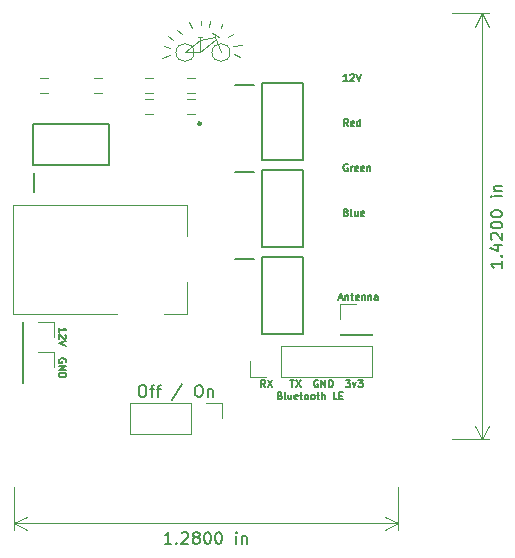
<source format=gbr>
G04 #@! TF.GenerationSoftware,KiCad,Pcbnew,(5.1.5)-3*
G04 #@! TF.CreationDate,2020-08-28T01:49:56-04:00*
G04 #@! TF.ProjectId,BikeLightComputer,42696b65-4c69-4676-9874-436f6d707574,rev?*
G04 #@! TF.SameCoordinates,Original*
G04 #@! TF.FileFunction,Legend,Top*
G04 #@! TF.FilePolarity,Positive*
%FSLAX46Y46*%
G04 Gerber Fmt 4.6, Leading zero omitted, Abs format (unit mm)*
G04 Created by KiCad (PCBNEW (5.1.5)-3) date 2020-08-28 01:49:56*
%MOMM*%
%LPD*%
G04 APERTURE LIST*
%ADD10C,0.150000*%
%ADD11C,0.120000*%
%ADD12C,0.250000*%
%ADD13C,0.200000*%
G04 APERTURE END LIST*
D10*
X185110380Y-80906571D02*
X185110380Y-81478000D01*
X185110380Y-81192285D02*
X184110380Y-81192285D01*
X184253238Y-81287523D01*
X184348476Y-81382761D01*
X184396095Y-81478000D01*
X185015142Y-80478000D02*
X185062761Y-80430380D01*
X185110380Y-80478000D01*
X185062761Y-80525619D01*
X185015142Y-80478000D01*
X185110380Y-80478000D01*
X184443714Y-79573238D02*
X185110380Y-79573238D01*
X184062761Y-79811333D02*
X184777047Y-80049428D01*
X184777047Y-79430380D01*
X184205619Y-79097047D02*
X184158000Y-79049428D01*
X184110380Y-78954190D01*
X184110380Y-78716095D01*
X184158000Y-78620857D01*
X184205619Y-78573238D01*
X184300857Y-78525619D01*
X184396095Y-78525619D01*
X184538952Y-78573238D01*
X185110380Y-79144666D01*
X185110380Y-78525619D01*
X184110380Y-77906571D02*
X184110380Y-77811333D01*
X184158000Y-77716095D01*
X184205619Y-77668476D01*
X184300857Y-77620857D01*
X184491333Y-77573238D01*
X184729428Y-77573238D01*
X184919904Y-77620857D01*
X185015142Y-77668476D01*
X185062761Y-77716095D01*
X185110380Y-77811333D01*
X185110380Y-77906571D01*
X185062761Y-78001809D01*
X185015142Y-78049428D01*
X184919904Y-78097047D01*
X184729428Y-78144666D01*
X184491333Y-78144666D01*
X184300857Y-78097047D01*
X184205619Y-78049428D01*
X184158000Y-78001809D01*
X184110380Y-77906571D01*
X184110380Y-76954190D02*
X184110380Y-76858952D01*
X184158000Y-76763714D01*
X184205619Y-76716095D01*
X184300857Y-76668476D01*
X184491333Y-76620857D01*
X184729428Y-76620857D01*
X184919904Y-76668476D01*
X185015142Y-76716095D01*
X185062761Y-76763714D01*
X185110380Y-76858952D01*
X185110380Y-76954190D01*
X185062761Y-77049428D01*
X185015142Y-77097047D01*
X184919904Y-77144666D01*
X184729428Y-77192285D01*
X184491333Y-77192285D01*
X184300857Y-77144666D01*
X184205619Y-77097047D01*
X184158000Y-77049428D01*
X184110380Y-76954190D01*
X185110380Y-75430380D02*
X184443714Y-75430380D01*
X184110380Y-75430380D02*
X184158000Y-75478000D01*
X184205619Y-75430380D01*
X184158000Y-75382761D01*
X184110380Y-75430380D01*
X184205619Y-75430380D01*
X184443714Y-74954190D02*
X185110380Y-74954190D01*
X184538952Y-74954190D02*
X184491333Y-74906571D01*
X184443714Y-74811333D01*
X184443714Y-74668476D01*
X184491333Y-74573238D01*
X184586571Y-74525619D01*
X185110380Y-74525619D01*
D11*
X183388000Y-96012000D02*
X183388000Y-59944000D01*
X180848000Y-96012000D02*
X183974421Y-96012000D01*
X180848000Y-59944000D02*
X183974421Y-59944000D01*
X183388000Y-59944000D02*
X183974421Y-61070504D01*
X183388000Y-59944000D02*
X182801579Y-61070504D01*
X183388000Y-96012000D02*
X183974421Y-94885496D01*
X183388000Y-96012000D02*
X182801579Y-94885496D01*
D10*
X157091428Y-104846380D02*
X156520000Y-104846380D01*
X156805714Y-104846380D02*
X156805714Y-103846380D01*
X156710476Y-103989238D01*
X156615238Y-104084476D01*
X156520000Y-104132095D01*
X157520000Y-104751142D02*
X157567619Y-104798761D01*
X157520000Y-104846380D01*
X157472380Y-104798761D01*
X157520000Y-104751142D01*
X157520000Y-104846380D01*
X157948571Y-103941619D02*
X157996190Y-103894000D01*
X158091428Y-103846380D01*
X158329523Y-103846380D01*
X158424761Y-103894000D01*
X158472380Y-103941619D01*
X158520000Y-104036857D01*
X158520000Y-104132095D01*
X158472380Y-104274952D01*
X157900952Y-104846380D01*
X158520000Y-104846380D01*
X159091428Y-104274952D02*
X158996190Y-104227333D01*
X158948571Y-104179714D01*
X158900952Y-104084476D01*
X158900952Y-104036857D01*
X158948571Y-103941619D01*
X158996190Y-103894000D01*
X159091428Y-103846380D01*
X159281904Y-103846380D01*
X159377142Y-103894000D01*
X159424761Y-103941619D01*
X159472380Y-104036857D01*
X159472380Y-104084476D01*
X159424761Y-104179714D01*
X159377142Y-104227333D01*
X159281904Y-104274952D01*
X159091428Y-104274952D01*
X158996190Y-104322571D01*
X158948571Y-104370190D01*
X158900952Y-104465428D01*
X158900952Y-104655904D01*
X158948571Y-104751142D01*
X158996190Y-104798761D01*
X159091428Y-104846380D01*
X159281904Y-104846380D01*
X159377142Y-104798761D01*
X159424761Y-104751142D01*
X159472380Y-104655904D01*
X159472380Y-104465428D01*
X159424761Y-104370190D01*
X159377142Y-104322571D01*
X159281904Y-104274952D01*
X160091428Y-103846380D02*
X160186666Y-103846380D01*
X160281904Y-103894000D01*
X160329523Y-103941619D01*
X160377142Y-104036857D01*
X160424761Y-104227333D01*
X160424761Y-104465428D01*
X160377142Y-104655904D01*
X160329523Y-104751142D01*
X160281904Y-104798761D01*
X160186666Y-104846380D01*
X160091428Y-104846380D01*
X159996190Y-104798761D01*
X159948571Y-104751142D01*
X159900952Y-104655904D01*
X159853333Y-104465428D01*
X159853333Y-104227333D01*
X159900952Y-104036857D01*
X159948571Y-103941619D01*
X159996190Y-103894000D01*
X160091428Y-103846380D01*
X161043809Y-103846380D02*
X161139047Y-103846380D01*
X161234285Y-103894000D01*
X161281904Y-103941619D01*
X161329523Y-104036857D01*
X161377142Y-104227333D01*
X161377142Y-104465428D01*
X161329523Y-104655904D01*
X161281904Y-104751142D01*
X161234285Y-104798761D01*
X161139047Y-104846380D01*
X161043809Y-104846380D01*
X160948571Y-104798761D01*
X160900952Y-104751142D01*
X160853333Y-104655904D01*
X160805714Y-104465428D01*
X160805714Y-104227333D01*
X160853333Y-104036857D01*
X160900952Y-103941619D01*
X160948571Y-103894000D01*
X161043809Y-103846380D01*
X162567619Y-104846380D02*
X162567619Y-104179714D01*
X162567619Y-103846380D02*
X162520000Y-103894000D01*
X162567619Y-103941619D01*
X162615238Y-103894000D01*
X162567619Y-103846380D01*
X162567619Y-103941619D01*
X163043809Y-104179714D02*
X163043809Y-104846380D01*
X163043809Y-104274952D02*
X163091428Y-104227333D01*
X163186666Y-104179714D01*
X163329523Y-104179714D01*
X163424761Y-104227333D01*
X163472380Y-104322571D01*
X163472380Y-104846380D01*
D11*
X143764000Y-103124000D02*
X176276000Y-103124000D01*
X143764000Y-100076000D02*
X143764000Y-103710421D01*
X176276000Y-100076000D02*
X176276000Y-103710421D01*
X176276000Y-103124000D02*
X175149496Y-103710421D01*
X176276000Y-103124000D02*
X175149496Y-102537579D01*
X143764000Y-103124000D02*
X144890504Y-103710421D01*
X143764000Y-103124000D02*
X144890504Y-102537579D01*
X156972000Y-63500000D02*
X156337000Y-63754000D01*
X156972000Y-62865000D02*
X156464000Y-62738000D01*
X157226000Y-62230000D02*
X156845000Y-61849000D01*
X157988000Y-61722000D02*
X157607000Y-61341000D01*
X158877000Y-61214000D02*
X158623000Y-60706000D01*
X159639000Y-60960000D02*
X159639000Y-60579000D01*
X160274000Y-61087000D02*
X160401000Y-60579000D01*
X161290000Y-61214000D02*
X161417000Y-60833000D01*
X161925000Y-61976000D02*
X162306000Y-61722000D01*
X162306000Y-62738000D02*
X163068000Y-62611000D01*
X162433000Y-63373000D02*
X162941000Y-63627000D01*
X160528000Y-61595000D02*
X161163000Y-61912500D01*
X160782000Y-61722000D02*
X160528000Y-61595000D01*
X159512000Y-63246000D02*
X159512000Y-62230000D01*
X162052000Y-63246000D02*
G75*
G03X162052000Y-63246000I-762000J0D01*
G01*
X159004000Y-63246000D02*
G75*
G03X159004000Y-63246000I-762000J0D01*
G01*
X159004000Y-63246000D02*
G75*
G03X159004000Y-63246000I-762000J0D01*
G01*
X158242000Y-63246000D02*
X159512000Y-63246000D01*
X161290000Y-63246000D02*
X160782000Y-61976000D01*
X160782000Y-61976000D02*
X160782000Y-61722000D01*
X159512000Y-62230000D02*
X160782000Y-61976000D01*
X159321500Y-61976000D02*
X159702500Y-61976000D01*
X159512000Y-63246000D02*
X160782000Y-62230000D01*
X159512000Y-61976000D02*
X159321500Y-61976000D01*
X159512000Y-62230000D02*
X159512000Y-61976000D01*
X159512000Y-62230000D02*
X158242000Y-63246000D01*
D10*
X171280785Y-84047000D02*
X171566500Y-84047000D01*
X171223642Y-84218428D02*
X171423642Y-83618428D01*
X171623642Y-84218428D01*
X171823642Y-83818428D02*
X171823642Y-84218428D01*
X171823642Y-83875571D02*
X171852214Y-83847000D01*
X171909357Y-83818428D01*
X171995071Y-83818428D01*
X172052214Y-83847000D01*
X172080785Y-83904142D01*
X172080785Y-84218428D01*
X172280785Y-83818428D02*
X172509357Y-83818428D01*
X172366500Y-83618428D02*
X172366500Y-84132714D01*
X172395071Y-84189857D01*
X172452214Y-84218428D01*
X172509357Y-84218428D01*
X172937928Y-84189857D02*
X172880785Y-84218428D01*
X172766500Y-84218428D01*
X172709357Y-84189857D01*
X172680785Y-84132714D01*
X172680785Y-83904142D01*
X172709357Y-83847000D01*
X172766500Y-83818428D01*
X172880785Y-83818428D01*
X172937928Y-83847000D01*
X172966500Y-83904142D01*
X172966500Y-83961285D01*
X172680785Y-84018428D01*
X173223642Y-83818428D02*
X173223642Y-84218428D01*
X173223642Y-83875571D02*
X173252214Y-83847000D01*
X173309357Y-83818428D01*
X173395071Y-83818428D01*
X173452214Y-83847000D01*
X173480785Y-83904142D01*
X173480785Y-84218428D01*
X173766500Y-83818428D02*
X173766500Y-84218428D01*
X173766500Y-83875571D02*
X173795071Y-83847000D01*
X173852214Y-83818428D01*
X173937928Y-83818428D01*
X173995071Y-83847000D01*
X174023642Y-83904142D01*
X174023642Y-84218428D01*
X174566500Y-84218428D02*
X174566500Y-83904142D01*
X174537928Y-83847000D01*
X174480785Y-83818428D01*
X174366500Y-83818428D01*
X174309357Y-83847000D01*
X174566500Y-84189857D02*
X174509357Y-84218428D01*
X174366500Y-84218428D01*
X174309357Y-84189857D01*
X174280785Y-84132714D01*
X174280785Y-84075571D01*
X174309357Y-84018428D01*
X174366500Y-83989857D01*
X174509357Y-83989857D01*
X174566500Y-83961285D01*
X171890357Y-76792142D02*
X171976071Y-76820714D01*
X172004642Y-76849285D01*
X172033214Y-76906428D01*
X172033214Y-76992142D01*
X172004642Y-77049285D01*
X171976071Y-77077857D01*
X171918928Y-77106428D01*
X171690357Y-77106428D01*
X171690357Y-76506428D01*
X171890357Y-76506428D01*
X171947500Y-76535000D01*
X171976071Y-76563571D01*
X172004642Y-76620714D01*
X172004642Y-76677857D01*
X171976071Y-76735000D01*
X171947500Y-76763571D01*
X171890357Y-76792142D01*
X171690357Y-76792142D01*
X172376071Y-77106428D02*
X172318928Y-77077857D01*
X172290357Y-77020714D01*
X172290357Y-76506428D01*
X172861785Y-76706428D02*
X172861785Y-77106428D01*
X172604642Y-76706428D02*
X172604642Y-77020714D01*
X172633214Y-77077857D01*
X172690357Y-77106428D01*
X172776071Y-77106428D01*
X172833214Y-77077857D01*
X172861785Y-77049285D01*
X173376071Y-77077857D02*
X173318928Y-77106428D01*
X173204642Y-77106428D01*
X173147500Y-77077857D01*
X173118928Y-77020714D01*
X173118928Y-76792142D01*
X173147500Y-76735000D01*
X173204642Y-76706428D01*
X173318928Y-76706428D01*
X173376071Y-76735000D01*
X173404642Y-76792142D01*
X173404642Y-76849285D01*
X173118928Y-76906428D01*
X172004642Y-72725000D02*
X171947500Y-72696428D01*
X171861785Y-72696428D01*
X171776071Y-72725000D01*
X171718928Y-72782142D01*
X171690357Y-72839285D01*
X171661785Y-72953571D01*
X171661785Y-73039285D01*
X171690357Y-73153571D01*
X171718928Y-73210714D01*
X171776071Y-73267857D01*
X171861785Y-73296428D01*
X171918928Y-73296428D01*
X172004642Y-73267857D01*
X172033214Y-73239285D01*
X172033214Y-73039285D01*
X171918928Y-73039285D01*
X172290357Y-73296428D02*
X172290357Y-72896428D01*
X172290357Y-73010714D02*
X172318928Y-72953571D01*
X172347500Y-72925000D01*
X172404642Y-72896428D01*
X172461785Y-72896428D01*
X172890357Y-73267857D02*
X172833214Y-73296428D01*
X172718928Y-73296428D01*
X172661785Y-73267857D01*
X172633214Y-73210714D01*
X172633214Y-72982142D01*
X172661785Y-72925000D01*
X172718928Y-72896428D01*
X172833214Y-72896428D01*
X172890357Y-72925000D01*
X172918928Y-72982142D01*
X172918928Y-73039285D01*
X172633214Y-73096428D01*
X173404642Y-73267857D02*
X173347500Y-73296428D01*
X173233214Y-73296428D01*
X173176071Y-73267857D01*
X173147500Y-73210714D01*
X173147500Y-72982142D01*
X173176071Y-72925000D01*
X173233214Y-72896428D01*
X173347500Y-72896428D01*
X173404642Y-72925000D01*
X173433214Y-72982142D01*
X173433214Y-73039285D01*
X173147500Y-73096428D01*
X173690357Y-72896428D02*
X173690357Y-73296428D01*
X173690357Y-72953571D02*
X173718928Y-72925000D01*
X173776071Y-72896428D01*
X173861785Y-72896428D01*
X173918928Y-72925000D01*
X173947500Y-72982142D01*
X173947500Y-73296428D01*
X172033214Y-69486428D02*
X171833214Y-69200714D01*
X171690357Y-69486428D02*
X171690357Y-68886428D01*
X171918928Y-68886428D01*
X171976071Y-68915000D01*
X172004642Y-68943571D01*
X172033214Y-69000714D01*
X172033214Y-69086428D01*
X172004642Y-69143571D01*
X171976071Y-69172142D01*
X171918928Y-69200714D01*
X171690357Y-69200714D01*
X172518928Y-69457857D02*
X172461785Y-69486428D01*
X172347500Y-69486428D01*
X172290357Y-69457857D01*
X172261785Y-69400714D01*
X172261785Y-69172142D01*
X172290357Y-69115000D01*
X172347500Y-69086428D01*
X172461785Y-69086428D01*
X172518928Y-69115000D01*
X172547500Y-69172142D01*
X172547500Y-69229285D01*
X172261785Y-69286428D01*
X173061785Y-69486428D02*
X173061785Y-68886428D01*
X173061785Y-69457857D02*
X173004642Y-69486428D01*
X172890357Y-69486428D01*
X172833214Y-69457857D01*
X172804642Y-69429285D01*
X172776071Y-69372142D01*
X172776071Y-69200714D01*
X172804642Y-69143571D01*
X172833214Y-69115000D01*
X172890357Y-69086428D01*
X173004642Y-69086428D01*
X173061785Y-69115000D01*
X172004642Y-65676428D02*
X171661785Y-65676428D01*
X171833214Y-65676428D02*
X171833214Y-65076428D01*
X171776071Y-65162142D01*
X171718928Y-65219285D01*
X171661785Y-65247857D01*
X172233214Y-65133571D02*
X172261785Y-65105000D01*
X172318928Y-65076428D01*
X172461785Y-65076428D01*
X172518928Y-65105000D01*
X172547500Y-65133571D01*
X172576071Y-65190714D01*
X172576071Y-65247857D01*
X172547500Y-65333571D01*
X172204642Y-65676428D01*
X172576071Y-65676428D01*
X172747500Y-65076428D02*
X172947500Y-65676428D01*
X173147500Y-65076428D01*
X165048214Y-91567428D02*
X164848214Y-91281714D01*
X164705357Y-91567428D02*
X164705357Y-90967428D01*
X164933928Y-90967428D01*
X164991071Y-90996000D01*
X165019642Y-91024571D01*
X165048214Y-91081714D01*
X165048214Y-91167428D01*
X165019642Y-91224571D01*
X164991071Y-91253142D01*
X164933928Y-91281714D01*
X164705357Y-91281714D01*
X165248214Y-90967428D02*
X165648214Y-91567428D01*
X165648214Y-90967428D02*
X165248214Y-91567428D01*
X167162500Y-90967428D02*
X167505357Y-90967428D01*
X167333928Y-91567428D02*
X167333928Y-90967428D01*
X167648214Y-90967428D02*
X168048214Y-91567428D01*
X168048214Y-90967428D02*
X167648214Y-91567428D01*
X169505357Y-90996000D02*
X169448214Y-90967428D01*
X169362500Y-90967428D01*
X169276785Y-90996000D01*
X169219642Y-91053142D01*
X169191071Y-91110285D01*
X169162500Y-91224571D01*
X169162500Y-91310285D01*
X169191071Y-91424571D01*
X169219642Y-91481714D01*
X169276785Y-91538857D01*
X169362500Y-91567428D01*
X169419642Y-91567428D01*
X169505357Y-91538857D01*
X169533928Y-91510285D01*
X169533928Y-91310285D01*
X169419642Y-91310285D01*
X169791071Y-91567428D02*
X169791071Y-90967428D01*
X170133928Y-91567428D01*
X170133928Y-90967428D01*
X170419642Y-91567428D02*
X170419642Y-90967428D01*
X170562500Y-90967428D01*
X170648214Y-90996000D01*
X170705357Y-91053142D01*
X170733928Y-91110285D01*
X170762500Y-91224571D01*
X170762500Y-91310285D01*
X170733928Y-91424571D01*
X170705357Y-91481714D01*
X170648214Y-91538857D01*
X170562500Y-91567428D01*
X170419642Y-91567428D01*
X171876785Y-90967428D02*
X172248214Y-90967428D01*
X172048214Y-91196000D01*
X172133928Y-91196000D01*
X172191071Y-91224571D01*
X172219642Y-91253142D01*
X172248214Y-91310285D01*
X172248214Y-91453142D01*
X172219642Y-91510285D01*
X172191071Y-91538857D01*
X172133928Y-91567428D01*
X171962500Y-91567428D01*
X171905357Y-91538857D01*
X171876785Y-91510285D01*
X172448214Y-91167428D02*
X172591071Y-91567428D01*
X172733928Y-91167428D01*
X172905357Y-90967428D02*
X173276785Y-90967428D01*
X173076785Y-91196000D01*
X173162500Y-91196000D01*
X173219642Y-91224571D01*
X173248214Y-91253142D01*
X173276785Y-91310285D01*
X173276785Y-91453142D01*
X173248214Y-91510285D01*
X173219642Y-91538857D01*
X173162500Y-91567428D01*
X172991071Y-91567428D01*
X172933928Y-91538857D01*
X172905357Y-91510285D01*
X166276785Y-92303142D02*
X166362500Y-92331714D01*
X166391071Y-92360285D01*
X166419642Y-92417428D01*
X166419642Y-92503142D01*
X166391071Y-92560285D01*
X166362500Y-92588857D01*
X166305357Y-92617428D01*
X166076785Y-92617428D01*
X166076785Y-92017428D01*
X166276785Y-92017428D01*
X166333928Y-92046000D01*
X166362500Y-92074571D01*
X166391071Y-92131714D01*
X166391071Y-92188857D01*
X166362500Y-92246000D01*
X166333928Y-92274571D01*
X166276785Y-92303142D01*
X166076785Y-92303142D01*
X166762500Y-92617428D02*
X166705357Y-92588857D01*
X166676785Y-92531714D01*
X166676785Y-92017428D01*
X167248214Y-92217428D02*
X167248214Y-92617428D01*
X166991071Y-92217428D02*
X166991071Y-92531714D01*
X167019642Y-92588857D01*
X167076785Y-92617428D01*
X167162500Y-92617428D01*
X167219642Y-92588857D01*
X167248214Y-92560285D01*
X167762500Y-92588857D02*
X167705357Y-92617428D01*
X167591071Y-92617428D01*
X167533928Y-92588857D01*
X167505357Y-92531714D01*
X167505357Y-92303142D01*
X167533928Y-92246000D01*
X167591071Y-92217428D01*
X167705357Y-92217428D01*
X167762500Y-92246000D01*
X167791071Y-92303142D01*
X167791071Y-92360285D01*
X167505357Y-92417428D01*
X167962500Y-92217428D02*
X168191071Y-92217428D01*
X168048214Y-92017428D02*
X168048214Y-92531714D01*
X168076785Y-92588857D01*
X168133928Y-92617428D01*
X168191071Y-92617428D01*
X168476785Y-92617428D02*
X168419642Y-92588857D01*
X168391071Y-92560285D01*
X168362500Y-92503142D01*
X168362500Y-92331714D01*
X168391071Y-92274571D01*
X168419642Y-92246000D01*
X168476785Y-92217428D01*
X168562500Y-92217428D01*
X168619642Y-92246000D01*
X168648214Y-92274571D01*
X168676785Y-92331714D01*
X168676785Y-92503142D01*
X168648214Y-92560285D01*
X168619642Y-92588857D01*
X168562500Y-92617428D01*
X168476785Y-92617428D01*
X169019642Y-92617428D02*
X168962500Y-92588857D01*
X168933928Y-92560285D01*
X168905357Y-92503142D01*
X168905357Y-92331714D01*
X168933928Y-92274571D01*
X168962500Y-92246000D01*
X169019642Y-92217428D01*
X169105357Y-92217428D01*
X169162500Y-92246000D01*
X169191071Y-92274571D01*
X169219642Y-92331714D01*
X169219642Y-92503142D01*
X169191071Y-92560285D01*
X169162500Y-92588857D01*
X169105357Y-92617428D01*
X169019642Y-92617428D01*
X169391071Y-92217428D02*
X169619642Y-92217428D01*
X169476785Y-92017428D02*
X169476785Y-92531714D01*
X169505357Y-92588857D01*
X169562500Y-92617428D01*
X169619642Y-92617428D01*
X169819642Y-92617428D02*
X169819642Y-92017428D01*
X170076785Y-92617428D02*
X170076785Y-92303142D01*
X170048214Y-92246000D01*
X169991071Y-92217428D01*
X169905357Y-92217428D01*
X169848214Y-92246000D01*
X169819642Y-92274571D01*
X171105357Y-92617428D02*
X170819642Y-92617428D01*
X170819642Y-92017428D01*
X171305357Y-92303142D02*
X171505357Y-92303142D01*
X171591071Y-92617428D02*
X171305357Y-92617428D01*
X171305357Y-92017428D01*
X171591071Y-92017428D01*
X154551428Y-91400380D02*
X154741904Y-91400380D01*
X154837142Y-91448000D01*
X154932380Y-91543238D01*
X154980000Y-91733714D01*
X154980000Y-92067047D01*
X154932380Y-92257523D01*
X154837142Y-92352761D01*
X154741904Y-92400380D01*
X154551428Y-92400380D01*
X154456190Y-92352761D01*
X154360952Y-92257523D01*
X154313333Y-92067047D01*
X154313333Y-91733714D01*
X154360952Y-91543238D01*
X154456190Y-91448000D01*
X154551428Y-91400380D01*
X155265714Y-91733714D02*
X155646666Y-91733714D01*
X155408571Y-92400380D02*
X155408571Y-91543238D01*
X155456190Y-91448000D01*
X155551428Y-91400380D01*
X155646666Y-91400380D01*
X155837142Y-91733714D02*
X156218095Y-91733714D01*
X155980000Y-92400380D02*
X155980000Y-91543238D01*
X156027619Y-91448000D01*
X156122857Y-91400380D01*
X156218095Y-91400380D01*
X158027619Y-91352761D02*
X157170476Y-92638476D01*
X159313333Y-91400380D02*
X159503809Y-91400380D01*
X159599047Y-91448000D01*
X159694285Y-91543238D01*
X159741904Y-91733714D01*
X159741904Y-92067047D01*
X159694285Y-92257523D01*
X159599047Y-92352761D01*
X159503809Y-92400380D01*
X159313333Y-92400380D01*
X159218095Y-92352761D01*
X159122857Y-92257523D01*
X159075238Y-92067047D01*
X159075238Y-91733714D01*
X159122857Y-91543238D01*
X159218095Y-91448000D01*
X159313333Y-91400380D01*
X160170476Y-91733714D02*
X160170476Y-92400380D01*
X160170476Y-91828952D02*
X160218095Y-91781333D01*
X160313333Y-91733714D01*
X160456190Y-91733714D01*
X160551428Y-91781333D01*
X160599047Y-91876571D01*
X160599047Y-92400380D01*
X147556571Y-86914642D02*
X147556571Y-86571785D01*
X147556571Y-86743214D02*
X148156571Y-86743214D01*
X148070857Y-86686071D01*
X148013714Y-86628928D01*
X147985142Y-86571785D01*
X148099428Y-87143214D02*
X148128000Y-87171785D01*
X148156571Y-87228928D01*
X148156571Y-87371785D01*
X148128000Y-87428928D01*
X148099428Y-87457500D01*
X148042285Y-87486071D01*
X147985142Y-87486071D01*
X147899428Y-87457500D01*
X147556571Y-87114642D01*
X147556571Y-87486071D01*
X148156571Y-87657500D02*
X147556571Y-87857500D01*
X148156571Y-88057500D01*
X148128000Y-89486071D02*
X148156571Y-89428928D01*
X148156571Y-89343214D01*
X148128000Y-89257500D01*
X148070857Y-89200357D01*
X148013714Y-89171785D01*
X147899428Y-89143214D01*
X147813714Y-89143214D01*
X147699428Y-89171785D01*
X147642285Y-89200357D01*
X147585142Y-89257500D01*
X147556571Y-89343214D01*
X147556571Y-89400357D01*
X147585142Y-89486071D01*
X147613714Y-89514642D01*
X147813714Y-89514642D01*
X147813714Y-89400357D01*
X147556571Y-89771785D02*
X148156571Y-89771785D01*
X147556571Y-90114642D01*
X148156571Y-90114642D01*
X147556571Y-90400357D02*
X148156571Y-90400357D01*
X148156571Y-90543214D01*
X148128000Y-90628928D01*
X148070857Y-90686071D01*
X148013714Y-90714642D01*
X147899428Y-90743214D01*
X147813714Y-90743214D01*
X147699428Y-90714642D01*
X147642285Y-90686071D01*
X147585142Y-90628928D01*
X147556571Y-90543214D01*
X147556571Y-90400357D01*
D12*
X159597000Y-69261000D02*
G75*
G03X159597000Y-69261000I-125000J0D01*
G01*
D13*
X162472000Y-65963000D02*
X164072000Y-65963000D01*
X164722000Y-72313000D02*
X164722000Y-65863000D01*
X168222000Y-72313000D02*
X164722000Y-72313000D01*
X168222000Y-65863000D02*
X168222000Y-72313000D01*
X164722000Y-65863000D02*
X168222000Y-65863000D01*
X164722000Y-73229000D02*
X168222000Y-73229000D01*
X168222000Y-73229000D02*
X168222000Y-79679000D01*
X168222000Y-79679000D02*
X164722000Y-79679000D01*
X164722000Y-79679000D02*
X164722000Y-73229000D01*
X162472000Y-73329000D02*
X164072000Y-73329000D01*
X162472000Y-80695000D02*
X164072000Y-80695000D01*
X164722000Y-87045000D02*
X164722000Y-80595000D01*
X168222000Y-87045000D02*
X164722000Y-87045000D01*
X168222000Y-80595000D02*
X168222000Y-87045000D01*
X164722000Y-80595000D02*
X168222000Y-80595000D01*
D11*
X154844000Y-67218000D02*
X155544000Y-67218000D01*
X155544000Y-68418000D02*
X154844000Y-68418000D01*
X154844000Y-65440000D02*
X155544000Y-65440000D01*
X155544000Y-66640000D02*
X154844000Y-66640000D01*
X158400000Y-65440000D02*
X159100000Y-65440000D01*
X159100000Y-66640000D02*
X158400000Y-66640000D01*
X159088000Y-68418000D02*
X158388000Y-68418000D01*
X158388000Y-67218000D02*
X159088000Y-67218000D01*
X150538000Y-65440000D02*
X151238000Y-65440000D01*
X151238000Y-66640000D02*
X150538000Y-66640000D01*
X145966000Y-65440000D02*
X146666000Y-65440000D01*
X146666000Y-66640000D02*
X145966000Y-66640000D01*
D13*
X145465000Y-75018000D02*
X145465000Y-73418000D01*
X151815000Y-72768000D02*
X145365000Y-72768000D01*
X151815000Y-69268000D02*
X151815000Y-72768000D01*
X145365000Y-69268000D02*
X151815000Y-69268000D01*
X145365000Y-72768000D02*
X145365000Y-69268000D01*
D11*
X171390000Y-84522000D02*
X172720000Y-84522000D01*
X171390000Y-85852000D02*
X171390000Y-84522000D01*
X174050000Y-87122000D02*
X171390000Y-87122000D01*
X174050000Y-87182000D02*
X174050000Y-87122000D01*
X171390000Y-87182000D02*
X174050000Y-87182000D01*
X171390000Y-87122000D02*
X171390000Y-87182000D01*
X147126000Y-86046000D02*
X147126000Y-87376000D01*
X145796000Y-86046000D02*
X147126000Y-86046000D01*
X144526000Y-88706000D02*
X144526000Y-86046000D01*
X144466000Y-88706000D02*
X144526000Y-88706000D01*
X144466000Y-86046000D02*
X144466000Y-88706000D01*
X144526000Y-86046000D02*
X144466000Y-86046000D01*
X144526000Y-88586000D02*
X144466000Y-88586000D01*
X144466000Y-88586000D02*
X144466000Y-91246000D01*
X144466000Y-91246000D02*
X144526000Y-91246000D01*
X144526000Y-91246000D02*
X144526000Y-88586000D01*
X145796000Y-88586000D02*
X147126000Y-88586000D01*
X147126000Y-88586000D02*
X147126000Y-89916000D01*
X163770000Y-90738000D02*
X163770000Y-89408000D01*
X165100000Y-90738000D02*
X163770000Y-90738000D01*
X166370000Y-88078000D02*
X166370000Y-90738000D01*
X174050000Y-88078000D02*
X166370000Y-88078000D01*
X174050000Y-90738000D02*
X174050000Y-88078000D01*
X166370000Y-90738000D02*
X174050000Y-90738000D01*
X161350000Y-92904000D02*
X161350000Y-94234000D01*
X160020000Y-92904000D02*
X161350000Y-92904000D01*
X158750000Y-95564000D02*
X158750000Y-92904000D01*
X153610000Y-95564000D02*
X158750000Y-95564000D01*
X153610000Y-92904000D02*
X153610000Y-95564000D01*
X158750000Y-92904000D02*
X153610000Y-92904000D01*
X158380000Y-76172000D02*
X158380000Y-78772000D01*
X143680000Y-76172000D02*
X158380000Y-76172000D01*
X158380000Y-85372000D02*
X156480000Y-85372000D01*
X158380000Y-82672000D02*
X158380000Y-85372000D01*
X143680000Y-85372000D02*
X143680000Y-76172000D01*
X152480000Y-85372000D02*
X143680000Y-85372000D01*
M02*

</source>
